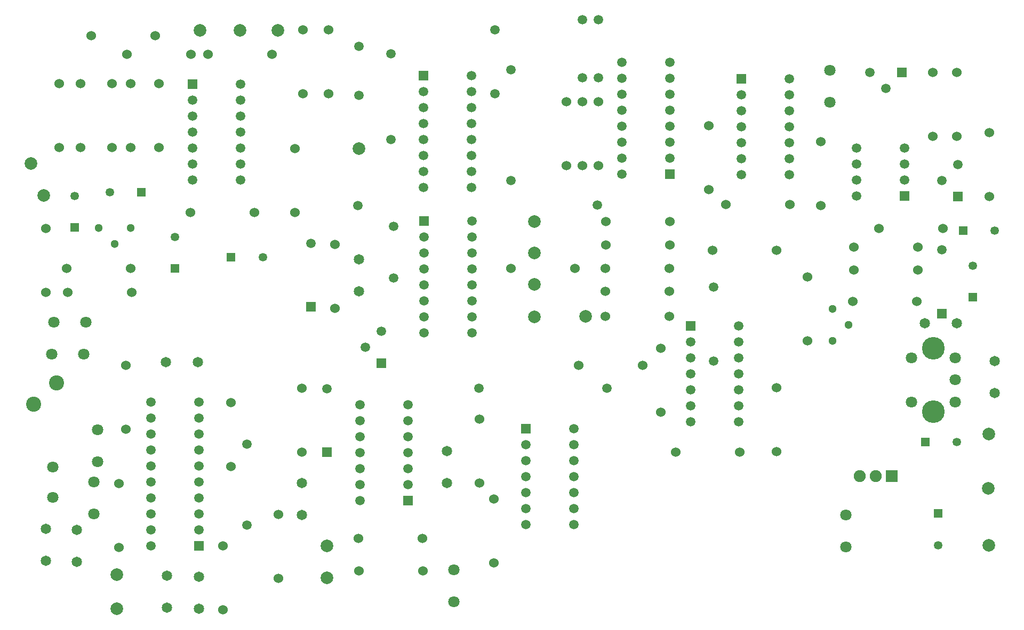
<source format=gbr>
G04 DipTrace 3.3.1.1*
G04 Top.gbr*
%MOMM*%
G04 #@! TF.FileFunction,Copper,L1,Top*
G04 #@! TF.Part,Single*
G04 #@! TA.AperFunction,ComponentPad*
%ADD22C,2.0*%
%ADD23R,1.35X1.35*%
%ADD24C,1.35*%
%ADD25C,1.8*%
%ADD26C,1.65*%
%ADD27C,2.4*%
%ADD28R,1.5X1.5*%
%ADD29C,1.5*%
%ADD30C,1.8*%
%ADD31C,3.6*%
%ADD32C,1.5*%
%ADD33C,1.3*%
%ADD34C,1.524*%
%ADD35C,1.524*%
%ADD36R,1.9X1.9*%
%ADD37C,1.9*%
%FSLAX35Y35*%
G04*
G71*
G90*
G75*
G01*
G04 Top*
%LPD*%
D22*
X16673597Y3282180D3*
X4161677Y10557710D3*
X9476357Y7520723D3*
Y7018693D3*
D23*
X15880150Y2880920D3*
D24*
Y2370920D3*
D25*
X14414377Y2349377D3*
Y2857377D3*
D23*
X15676500Y4016250D3*
D24*
X16176500D3*
D26*
X16779750Y5302127D3*
Y4794127D3*
X15668500Y5905377D3*
X16176500D3*
D23*
X16430500Y6318127D3*
D24*
Y6818127D3*
D23*
X16275750Y7377750D3*
D24*
X16775750D3*
D25*
X2539877Y3698750D3*
Y4206750D3*
D26*
X5778377Y3365377D3*
Y2857377D3*
X6683250Y6413377D3*
Y6921377D3*
X8080250Y3365377D3*
Y3873377D3*
D25*
X8191377Y1476250D3*
Y1984250D3*
D26*
X4143250Y1365127D3*
Y1873127D3*
D23*
X4659250Y6953127D3*
D24*
X5159250D3*
D23*
X3230377Y7985000D3*
D24*
X2730377D3*
D23*
X3762250Y6778500D3*
D24*
Y7278500D3*
D26*
X3635250Y1381000D3*
Y1889000D3*
D23*
X2174750Y7429377D3*
D24*
Y7929377D3*
D26*
X4127377Y5286250D3*
X3619377D3*
D25*
X2317627Y5413250D3*
X1809627D3*
X2349377Y5921250D3*
X1841377D3*
X14160377Y9413750D3*
Y9921750D3*
D26*
X2206500Y2619250D3*
Y2111250D3*
X1714377Y2635127D3*
Y2127127D3*
D25*
X2476377Y3381250D3*
Y2873250D3*
D27*
X1889000Y4952873D3*
X1519933Y4615547D3*
D28*
X15939373Y6057627D3*
D29*
Y7067627D3*
D28*
X6175677Y3855533D3*
D29*
Y4865533D3*
D28*
X5921283Y6166310D3*
D29*
Y7176310D3*
D30*
X16155270Y4653330D3*
Y5003330D3*
Y5353330D3*
X15455270Y4653330D3*
Y5353330D3*
D31*
X15805270Y4499890D3*
Y5503330D3*
D22*
X4798520Y10557710D3*
X16687120Y2376247D3*
X1476250Y8445377D3*
X2841500Y1365127D3*
X6175250Y2365253D3*
X10286877Y6016500D3*
X9476357Y6521510D3*
D28*
X16192377Y7921500D3*
D29*
X15938377Y8175500D3*
X16192377Y8429500D3*
D22*
X6683250Y8683500D3*
X16684500Y4143250D3*
D28*
X15303377Y9894583D3*
D29*
X15049377Y9640583D3*
X14795377Y9894583D3*
D22*
X1682627Y7937377D3*
D32*
X6683250Y10302750D3*
Y9524877D3*
X7191250Y10191627D3*
Y8826377D3*
X8842250Y10572627D3*
Y9556627D3*
X9096250Y9937627D3*
Y8175503D3*
X10232347Y10731377D3*
Y9810627D3*
X10489730Y10731377D3*
Y9810627D3*
X7238877Y7445250D3*
Y6619750D3*
X4905250Y3984500D3*
Y2698627D3*
X12318877Y6476877D3*
Y5302127D3*
X6667377Y7778627D3*
X10469457Y7781830D3*
X8588250Y4873500D3*
X10620250D3*
D22*
X2841500Y1904877D3*
X6175250Y1857250D3*
D33*
X14204383Y6132690D3*
Y5624690D3*
X14457983Y5878690D3*
X3066233Y7419587D3*
X2558233D3*
X2812233Y7165987D3*
D22*
X5395943Y10557710D3*
D34*
X16696593Y7915893D3*
D35*
Y8931893D3*
D34*
X15958707Y7413500D3*
D35*
X14942707D3*
D34*
X14541377Y6746750D3*
D35*
X15557377D3*
D34*
X14525500Y6254627D3*
D35*
X15541500D3*
D34*
X13806103Y5624650D3*
D35*
Y6640650D3*
D34*
X11477500Y5508500D3*
D35*
Y4492500D3*
D34*
X11191750Y5238627D3*
D35*
X10175750D3*
D34*
X10600400Y6017410D3*
D35*
X11616400D3*
D34*
X14541377Y7111877D3*
D35*
X15557377D3*
D34*
X16176500Y8874000D3*
D35*
Y9890000D3*
D34*
X15795500Y9894643D3*
D35*
Y8878643D3*
D34*
X11715627Y3857500D3*
D35*
X12731627D3*
D34*
X13318517Y3865360D3*
D35*
Y4881360D3*
D34*
X13319000Y7064250D3*
D35*
X12303000D3*
D34*
X12239500Y9048627D3*
D35*
Y8032627D3*
D34*
X12509377Y7794500D3*
D35*
X13525377D3*
D34*
X14017500Y7778627D3*
D35*
Y8794627D3*
D34*
X10595637Y6411663D3*
D35*
X11611637D3*
D34*
X10598230Y6775267D3*
D35*
X11614230D3*
D34*
X10609407Y7147667D3*
D35*
X11625407D3*
D34*
X10605443Y7524263D3*
D35*
X11621443D3*
D34*
X9983197Y8411870D3*
D35*
Y9427870D3*
D34*
X10232737Y8412767D3*
D35*
Y9428767D3*
D34*
X10489730Y8412630D3*
D35*
Y9428630D3*
D34*
X10112250Y6778500D3*
D35*
X9096250D3*
D34*
X5778377Y4873500D3*
D35*
Y3857500D3*
D34*
X6302250Y7159500D3*
D35*
Y6143500D3*
D34*
X7697667Y2481620D3*
D35*
X6681667D3*
D34*
X7702597Y1963723D3*
D35*
X6686597D3*
D34*
X8604127Y4381377D3*
D35*
Y3365377D3*
D34*
X8826377Y2095377D3*
D35*
Y3111377D3*
D34*
X3508250Y9709530D3*
D35*
Y8693530D3*
D34*
X5306017Y10177870D3*
D35*
X4290017D3*
D34*
X5799977Y10572330D3*
D35*
Y9556330D3*
D34*
X6203273Y10572330D3*
D35*
Y9556330D3*
D34*
X3000250Y10175750D3*
D35*
X4016250D3*
D34*
X3063750Y9709530D3*
D35*
Y8693530D3*
D34*
X5670500Y7668363D3*
D35*
Y8684363D3*
D34*
X2434483Y10478613D3*
D35*
X3450483D3*
D34*
X2762967Y9709530D3*
D35*
Y8693530D3*
D34*
X2877650Y3358737D3*
D35*
Y2342737D3*
D34*
X4524250Y1349253D3*
D35*
Y2365253D3*
D34*
X5411823Y2865340D3*
D35*
Y1849340D3*
D34*
X4658937Y3626917D3*
D35*
Y4642917D3*
D34*
X3063750Y6778500D3*
D35*
X2047750D3*
D34*
X1714377Y7413500D3*
D35*
Y6397500D3*
D34*
X3079627D3*
D35*
X2063627D3*
D34*
X2984377Y4222627D3*
D35*
Y5238627D3*
D34*
X5028950Y7666380D3*
D35*
X4012950D3*
D34*
X1931333Y9709530D3*
D35*
Y8693530D3*
D34*
X2264187D3*
D35*
Y9709530D3*
D22*
X9476357Y6001140D3*
D28*
X7039470Y5267707D3*
D29*
X6785470Y5521707D3*
X7039470Y5775707D3*
D28*
X11951317Y5861723D3*
D29*
Y5607723D3*
Y5353723D3*
Y5099723D3*
Y4845723D3*
Y4591723D3*
Y4337723D3*
X12713317D3*
Y4591723D3*
Y4845723D3*
Y5099723D3*
Y5353723D3*
Y5607723D3*
Y5861723D3*
D28*
X12755847Y9786797D3*
D29*
Y9532797D3*
Y9278797D3*
Y9024797D3*
Y8770797D3*
Y8516797D3*
Y8262797D3*
X13517847D3*
Y8516797D3*
Y8770797D3*
Y9024797D3*
Y9278797D3*
Y9532797D3*
Y9786797D3*
D28*
X15349850Y7928773D3*
D29*
Y8182773D3*
Y8436773D3*
Y8690773D3*
X14587850D3*
Y8436773D3*
Y8182773D3*
Y7928773D3*
D28*
X7468837Y3086163D3*
D29*
Y3340163D3*
Y3594163D3*
Y3848163D3*
Y4102163D3*
Y4356163D3*
Y4610163D3*
X6706837D3*
Y4356163D3*
Y4102163D3*
Y3848163D3*
Y3594163D3*
Y3340163D3*
Y3086163D3*
D28*
X11626363Y8272967D3*
D29*
Y8526967D3*
Y8780967D3*
Y9034967D3*
Y9288967D3*
Y9542967D3*
Y9796967D3*
Y10050967D3*
X10864363D3*
Y9796967D3*
Y9542967D3*
Y9288967D3*
Y9034967D3*
Y8780967D3*
Y8526967D3*
Y8272967D3*
D28*
X7711137Y9839523D3*
D29*
Y9585523D3*
Y9331523D3*
Y9077523D3*
Y8823523D3*
Y8569523D3*
Y8315523D3*
Y8061523D3*
X8473137D3*
Y8315523D3*
Y8569523D3*
Y8823523D3*
Y9077523D3*
Y9331523D3*
Y9585523D3*
Y9839523D3*
D28*
X7715807Y7528860D3*
D29*
Y7274860D3*
Y7020860D3*
Y6766860D3*
Y6512860D3*
Y6258860D3*
Y6004860D3*
Y5750860D3*
X8477807D3*
Y6004860D3*
Y6258860D3*
Y6512860D3*
Y6766860D3*
Y7020860D3*
Y7274860D3*
Y7528860D3*
D28*
X4043440Y9708637D3*
D29*
Y9454637D3*
Y9200637D3*
Y8946637D3*
Y8692637D3*
Y8438637D3*
Y8184637D3*
X4805440D3*
Y8438637D3*
Y8692637D3*
Y8946637D3*
Y9200637D3*
Y9454637D3*
Y9708637D3*
D28*
X4147887Y2366130D3*
D29*
Y2620130D3*
Y2874130D3*
Y3128130D3*
Y3382133D3*
Y3636133D3*
Y3890130D3*
Y4144133D3*
Y4398133D3*
Y4652130D3*
X3385887Y2366133D3*
Y2620133D3*
Y2874133D3*
Y3128130D3*
Y3382133D3*
Y3636133D3*
Y3890130D3*
Y4144133D3*
Y4398133D3*
Y4652130D3*
D28*
X9340737Y4222760D3*
D29*
Y3968760D3*
Y3714760D3*
Y3460760D3*
Y3206760D3*
Y2952760D3*
Y2698760D3*
X10102737D3*
Y2952760D3*
Y3206760D3*
Y3460760D3*
Y3714760D3*
Y3968760D3*
Y4222760D3*
D36*
X15147307Y3472110D3*
D37*
X14893307D3*
X14639307D3*
D30*
X1825500Y3619377D3*
X1825937Y3131263D3*
M02*

</source>
